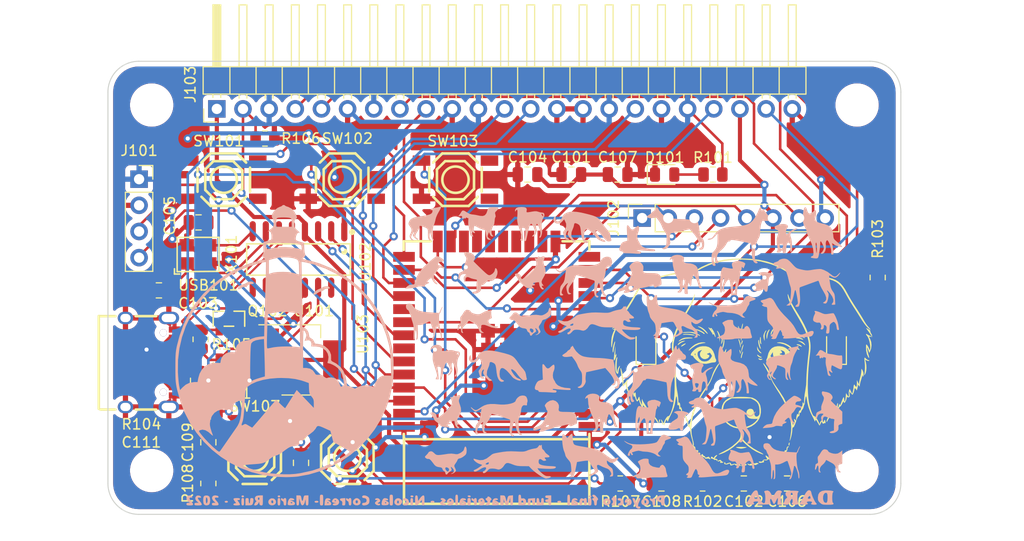
<source format=kicad_pcb>
(kicad_pcb (version 20211014) (generator pcbnew)
  (layers (0 "F.Cu" signal) (31 "B.Cu" signal) (34 "B.Paste" user) (35 "F.Paste" user) (36 "B.SilkS" user "B.Silkscreen") (37 "F.SilkS" user "F.Silkscreen") (38 "B.Mask" user) (39 "F.Mask" user) (44 "Edge.Cuts" user))
  (net 0 "")
  (net 1 "Earth")
  (net 2 "+3V3")
  (net 3 "+5V")
  (net 4 "Net-(C103-Pad1)")
  (net 5 "Net-(C105-Pad1)")
  (net 6 "Net-(C108-Pad2)")
  (net 7 "Net-(C109-Pad2)")
  (net 8 "Net-(C110-Pad1)")
  (net 9 "EN")
  (net 10 "Net-(C111-Pad1)")
  (net 11 "BOOT")
  (net 12 "Net-(D101-Pad2)")
  (net 13 "RX")
  (net 14 "Net-(D102-Pad2)")
  (net 15 "TX")
  (net 16 "Net-(D103-Pad2)")
  (net 17 "D2")
  (net 18 "D15")
  (net 19 "D4")
  (net 20 "IO23")
  (net 21 "IO18")
  (net 22 "D13")
  (net 23 "IO22")
  (net 24 "D14")
  (net 25 "D27")
  (net 26 "D26")
  (net 27 "D25")
  (net 28 "IO21")
  (net 29 "IO19")
  (net 30 "IO17")
  (net 31 "IO16")
  (net 32 "IO5")
  (net 33 "Net-(Q101-Pad1)")
  (net 34 "RTS")
  (net 35 "Net-(Q102-Pad1)")
  (net 36 "DTR")
  (net 37 "/D+")
  (net 38 "/D-")
  (net 44 "IN36")
  (net 45 "IN39")
  (net 46 "IN34")
  (net 47 "IN35")
  (net 48 "IO32")
  (net 49 "IO33")
  (footprint "Resistor_SMD:R_0805_2012Metric" (layer "F.Cu") (at 178 125 90)
    (fp_text reference "R108")
    (fp_text value "10k")
  )
  (footprint "easyeda2kicad:SW-SMD_4P-L5.1-W5.1-P3.70-LS6.5-TL-2" (layer "F.Cu") (at 191.5 122.5 90)
    (fp_text reference "SW106")
    (fp_text value "TS-1187A-B-A-B")
  )
  (footprint "easyeda2kicad:SOIC-16_L9.9-W3.9-P1.27-LS6.0-BL" (layer "F.Cu") (at 186.75 103.25 180)
    (fp_text reference "U102")
    (fp_text value "CH340G")
  )
  (footprint "Connector_PinSocket_2.54mm:PinSocket_1x08_P2.54mm_Vertical" (layer "F.Cu") (at 220.125 99.225 90)
    (fp_text reference "J102")
    (fp_text value "Pantalla")
  )
  (footprint "MountingHole:MountingHole_3.2mm_M3" (layer "F.Cu") (at 172.5 88.25)
    (fp_text reference "REF**" hide)
    (fp_text value "MountingHole_3.2mm_M3")
  )
  (footprint "easyeda2kicad:SOT-23-3_L2.9-W1.3-P1.90-LS2.4-BR" (layer "F.Cu") (at 180 109 -90)
    (fp_text reference "Q102")
    (fp_text value "SS8050_C2150")
  )
  (footprint "Darma:Darma" (layer "F.Cu") (at 229.75 113.25)
    (fp_text reference "G***" hide)
    (fp_text value "LOGO" hide)
  )
  (footprint "LED_SMD:LED_0805_2012Metric" (layer "F.Cu") (at 239 111.75 90)
    (fp_text reference "D103" hide)
    (fp_text value "LED")
  )
  (footprint "Capacitor_SMD:C_0805_2012Metric" (layer "F.Cu") (at 234.2 125)
    (fp_text reference "C106")
    (fp_text value "100n")
  )
  (footprint "Capacitor_SMD:C_0805_2012Metric" (layer "F.Cu") (at 178 121 -90)
    (fp_text reference "C109")
    (fp_text value "1u")
  )
  (footprint "easyeda2kicad:SW-SMD_4P-L5.1-W5.1-P3.70-LS6.5-TL-2" (layer "F.Cu") (at 191 95.5)
    (fp_text reference "SW102")
    (fp_text value "TS-1187A-B-A-B")
  )
  (footprint "Capacitor_SMD:C_0805_2012Metric" (layer "F.Cu") (at 187 123 90)
    (fp_text reference "C110")
    (fp_text value "100n")
  )
  (footprint "Resistor_SMD:R_0805_2012Metric" (layer "F.Cu") (at 177 115 90)
    (fp_text reference "R104")
    (fp_text value "10k")
  )
  (footprint "Capacitor_SMD:C_0805_2012Metric" (layer "F.Cu") (at 173.2 106.25 180)
    (fp_text reference "C103")
    (fp_text value "22p")
  )
  (footprint "Resistor_SMD:R_0805_2012Metric" (layer "F.Cu") (at 227 95)
    (fp_text reference "R101")
    (fp_text value "2k")
  )
  (footprint "MountingHole:MountingHole_3.2mm_M3" (layer "F.Cu") (at 172.5 123.75)
    (fp_text reference "REF**" hide)
    (fp_text value "MountingHole_3.2mm_M3")
  )
  (footprint "easyeda2kicad:SW-SMD_4P-L5.1-W5.1-P3.70-LS6.5-TL-2" (layer "F.Cu") (at 182.5 122.5 90)
    (fp_text reference "SW107")
    (fp_text value "TS-1187A-B-A-B")
  )
  (footprint "easyeda2kicad:WIFI-SMD_ESP32-WROOM-32E" (layer "F.Cu") (at 206 110.5 90)
    (fp_text reference "U103")
    (fp_text value "ESP32-WROOM-32E(4MB)")
  )
  (footprint "Capacitor_SMD:C_0805_2012Metric" (layer "F.Cu") (at 230 125)
    (fp_text reference "C102")
    (fp_text value "22u")
  )
  (footprint "easyeda2kicad:SW-SMD_4P-L5.1-W5.1-P3.70-LS6.5-TL-2" (layer "F.Cu") (at 202 95.5)
    (fp_text reference "SW103")
    (fp_text value "TS-1187A-B-A-B")
  )
  (footprint "Resistor_SMD:R_0805_2012Metric" (layer "F.Cu") (at 218 125)
    (fp_text reference "R107")
    (fp_text value "10k")
  )
  (footprint "LED_SMD:LED_0805_2012Metric" (layer "F.Cu") (at 222.3125 95)
    (fp_text reference "D101")
    (fp_text value "LED")
  )
  (footprint "Capacitor_SMD:C_0805_2012Metric" (layer "F.Cu") (at 222 125)
    (fp_text reference "C108")
    (fp_text value "100n")
  )
  (footprint "LED_SMD:LED_0805_2012Metric" (layer "F.Cu") (at 220.5 111.75 90)
    (fp_text reference "D102" hide)
    (fp_text value "LED")
  )
  (footprint "Capacitor_SMD:C_0805_2012Metric" (layer "F.Cu") (at 177.05 99.65 180)
    (fp_text reference "C105")
    (fp_text value "22p")
  )
  (footprint "Capacitor_SMD:C_0805_2012Metric" (layer "F.Cu") (at 177.95 118)
    (fp_text reference "C111")
    (fp_text value "100n")
  )
  (footprint "easyeda2kicad:SW-SMD_4P-L5.1-W5.1-P3.70-LS6.5-TL-2" (layer "F.Cu") (at 179.5 95.5)
    (fp_text reference "SW101")
    (fp_text value "TS-1187A-B-A-B")
  )
  (footprint "easyeda2kicad:OSC-SMD_4P-L3.2-W2.5-BL" (layer "F.Cu") (at 177 102.75)
    (fp_text reference "X101")
    (fp_text value "X322512MSB4SI")
  )
  (footprint "Capacitor_SMD:C_0805_2012Metric" (layer "F.Cu") (at 209 95)
    (fp_text reference "C104")
    (fp_text value "22u")
  )
  (footprint "Capacitor_SMD:C_0805_2012Metric" (layer "F.Cu") (at 213.25 95)
    (fp_text reference "C101")
    (fp_text value "100n")
  )
  (footprint "easyeda2kicad:USB-C-SMD_TYPE-C-6PIN-2MD-073" (layer "F.Cu") (at 172.3325 113.25 -90)
    (fp_text reference "USB101")
    (fp_text value "TYPE-C16PIN2MD(073)")
  )
  (footprint "Connector_PinHeader_2.54mm:PinHeader_1x23_P2.54mm_Horizontal" (layer "F.Cu") (at 178.825 88.625 90)
    (fp_text reference "J103")
    (fp_text value "Sensores")
  )
  (footprint "MountingHole:MountingHole_3.2mm_M3" (layer "F.Cu") (at 241 88.25)
    (fp_text reference "REF**" hide)
    (fp_text value "MountingHole_3.2mm_M3")
  )
  (footprint "Resistor_SMD:R_0805_2012Metric" (layer "F.Cu") (at 177.25 111 90)
    (fp_text reference "R105")
    (fp_text value "10k")
  )
  (footprint "Connector_PinSocket_2.54mm:PinSocket_1x04_P2.54mm_Vertical" (layer "F.Cu") (at 171.275 95.45)
    (fp_text reference "J101")
    (fp_text value "Program")
  )
  (footprint "Resistor_SMD:R_0805_2012Metric" (layer "F.Cu") (at 226 125)
    (fp_text reference "R102")
    (fp_text value "470")
  )
  (footprint "Capacitor_SMD:C_0805_2012Metric" (layer "F.Cu") (at 217.75 95)
    (fp_text reference "C107")
    (fp_text value "22u")
  )
  (footprint "Package_TO_SOT_SMD:SOT-223-3_TabPin2" (layer "F.Cu") (at 187 113)
    (fp_text reference "U101")
    (fp_text value "AMS1117-3.3")
  )
  (footprint "easyeda2kicad:SOT-23-3_L2.9-W1.3-P1.90-LS2.4-BR" (layer "F.Cu") (at 180 114 90)
    (fp_text reference "Q101")
    (fp_text value "SS8050_C2150")
  )
  (footprint "MountingHole:MountingHole_3.2mm_M3" (layer "F.Cu") (at 241 123.75)
    (fp_text reference "REF**" hide)
    (fp_text value "MountingHole_3.2mm_M3")
  )
  (footprint "Resistor_SMD:R_0805_2012Metric" (layer "F.Cu") (at 243 105 -90)
    (fp_text reference "R103")
    (fp_text value "470")
  )
  (footprint "Resistor_SMD:R_0805_2012Metric" (layer "F.Cu") (at 183.5 91.5)
    (fp_text reference "R106")
    (fp_text value "10k")
  )
  (footprint "Darma:Back" (layer "B.Cu") (at 207 113 180)
    (fp_text reference "G***" hide)
    (fp_text value "LOGO" hide)
  )
  (gr_arc (start 171.249999 128.000001) (mid 169.128679 127.121321) (end 168.249999 125.000001) (layer "Edge.Cuts") (width 0.1))
  (gr_line (start 245.249999 125.000001) (end 245.249999 87.000001) (layer "Edge.Cuts") (width 0.1))
  (gr_arc (start 242.249999 84.000001) (mid 244.371319 84.878681) (end 245.249999 87.000001) (layer "Edge.Cuts") (width 0.1))
  (gr_line (start 171.249999 84.000001) (end 242.249999 84.000001) (layer "Edge.Cuts") (width 0.1))
  (gr_line (start 242.249999 128.000001) (end 171.249999 128.000001) (layer "Edge.Cuts") (width 0.1))
  (gr_arc (start 168.249999 87.000001) (mid 169.128679 84.878681) (end 171.249999 84.000001) (layer "Edge.Cuts") (width 0.1))
  (gr_arc (start 245.249999 125.000001) (mid 244.371319 127.121321) (end 242.249999 128.000001) (layer "Edge.Cuts") (width 0.1))
  (gr_line (start 168.249999 125.000001) (end 168.249999 87.000001) (layer "Edge.Cuts") (width 0.1))
  (segment (start 177.760978 103.63) (end 178.1 103.63) (width 0.4) (layer "F.Cu") (net 1))
  (segment (start 211.71 103.21) (end 211.737701 103.237701) (width 0.4) (layer "F.Cu") (net 1))
  (segment (start 215 120.5) (end 215.737701 121.237701) (width 0.4) (layer "F.Cu") (net 1))
  (segment (start 177 102.869022) (end 177.760978 103.63) (width 0.4) (layer "F.Cu") (net 1))
  (segment (start 176.239022 101.87) (end 177 102.630978) (width 0.4) (layer "F.Cu") (net 1))
  (segment (start 205.16 115.09) (end 204.75 115.5) (width 0.4) (layer "F.Cu") (net 1))
  (segment (start 174.7125 109.48) (end 174.1625 108.93) (width 0.4) (layer "F.Cu") (net 1))
  (segment (start 174.7125 116.45) (end 174.7125 117.02) (width 0.4) (layer "F.Cu") (net 1))
  (segment (start 205.16 113.84) (end 205.16 115.09) (width 0.4) (layer "F.Cu") (net 1))
  (segment (start 178.1 103.63) (end 179.62 103.63) (width 0.4) (layer "F.Cu") (net 1))
  (segment (start 220.25 125) (end 221.05 125) (width 0.4) (layer "F.Cu") (net 1))
  (segment (start 193.35 125.8) (end 193.35 125.1) (width 0.4) (layer "F.Cu") (net 1))
  (segment (start 177 102.630978) (end 177 102.869022) (width 0.4) (layer "F.Cu") (net 1))
  (segment (start 185.05 110.7) (end 183.85 110.7) (width 0.4) (layer "F.Cu") (net 1))
  (segment (start 184.4125 91.5) (end 187.25 91.5) (width 0.4) (layer "F.Cu") (net 1))
  (segment (start 209.25 106.25) (end 211 106.25) (width 0.4) (layer "F.Cu") (net 1))
  (segment (start 200.125 119.375) (end 199 120.5) (width 0.4) (layer "F.Cu") (net 1))
  (segment (start 193.35 125.1) (end 192 123.75) (width 0.4) (layer "F.Cu") (net 1))
  (segment (start 187.25 91.5) (end 187.75 91) (width 0.4) (layer "F.Cu") (net 1))
  (segment (start 179.62 103.63) (end 180 103.25) (width 0.4) (layer "F.Cu") (net 1))
  (segment (start 211.5 109.75) (end 209.26 109.75) (width 0.4) (layer "F.Cu") (net 1))
  (segment (start 175.65 97.35) (end 174.5 98.5) (width 0.4) (layer "F.Cu") (net 1))
  (segment (start 186.25 109.5) (end 185.05 110.7) (width 0.4) (layer "F.Cu") (net 1))
  (segment (start 174.7125 117.02) (end 174.1625 117.57) (width 0.4) (layer "F.Cu") (net 1))
  (segment (start 209.26 109.75) (end 208.84 110.17) (width 0.4) (layer "F.Cu") (net 1))
  (segment (start 211.71 101.5) (end 211.71 103.21) (width 0.4) (layer "F.Cu") (net 1))
  (segment (start 175.9 101.87) (end 176.239022 101.87) (width 0.4) (layer "F.Cu") (net 1))
  (segment (start 234.705 88.625) (end 237.512299 91.432299) (width 0.4) (layer "F.Cu") (net 1))
  (segment (start 174.5 101.25) (end 176.1 99.65) (width 0.4) (layer "F.Cu") (net 1))
  (segment (start 176.2 97.35) (end 175.65 97.35) (width 0.4) (layer "F.Cu") (net 1))
  (segment (start 200.125 117.899598) (end 200.125 119.375) (width 0.4) (layer "F.Cu") (net 1))
  (segment (start 211 106.25) (end 212 107.25) (width 0.4) (layer "F.Cu") (net 1))
  (segment (start 174.7125 110.05) (end 174.7125 109.48) (width 0.4) (layer "F.Cu") (net 1))
  (segment (start 237.512299 91.432299) (end 237.512299 95.487701) (width 0.4) (layer "F.Cu") (net 1))
  (segment (start 215 119.5) (end 215 120.5) (width 0.4) (layer "F.Cu") (net 1))
  (via (at 237.512299 95.487701) (size 0.8) (drill 0.4) (layers "F.Cu" "B.Cu") (net 1))
  (via (at 187.75 91) (size 0.8) (drill 0.4) (layers "F.Cu" "B.Cu") (net 1))
  (via (at 192 123.75) (size 0.8) (drill 0.4) (layers "F.Cu" "B.Cu") (net 1))
  (via (at 209.25 106.25) (size 0.8) (drill 0.4) (layers "F.Cu" "B.Cu") (net 1))
  (via (at 194.25 121.5) (size 0.8) (drill 0.4) (layers "F.Cu" "B.Cu") (net 1))
  (via (at 174.5 98.5) (size 0.8) (drill 0.4) (layers "F.Cu" "B.Cu") (net 1))
  (via (at 174.5 101.25) (size 0.8) (drill 0.4) (layers "F.Cu" "B.Cu") (net 1))
  (via (at 186.25 109.5) (size 0.8) (drill 0.4) (layers "F.Cu" "B.Cu") (net 1))
  (via (at 190.25 95.25) (size 0.8) (drill 0.4) (layers "F.Cu" "B.Cu") (net 1))
  (via (at 211.5 109.75) (size 0.8) (drill 0.4) (layers "F.Cu" "B.Cu") (net 1))
  (via (at 212 107.25) (size 0.8) (drill 0.4) (layers "F.Cu" "B.Cu") (net 1))
  (via (at 200.125 117.899598) (size 0.8) (drill 0.4) (layers "F.Cu" "B.Cu") (net 1))
  (via (at 220.25 125) (size 0.8) (drill 0.4) (layers "F.Cu" "B.Cu") (net 1))
  (via (at 211.737701 103.237701) (size 0.8) (drill 0.4) (layers "F.Cu" "B.Cu") (net 1))
  (via (at 199 120.5) (size 0.8) (drill 0.4) (layers "F.Cu" "B.Cu") (net 1))
  (via (at 204.75 115.5) (size 0.8) (drill 0.4) (layers "F.Cu" "B.Cu") (net 1))
  (via (at 215.737701 121.237701) (size 0.8) (drill 0.4) (layers "F.Cu" "B.Cu") (net 1))
  (via (at 180 103.25) (size 0.8) (drill 0.4) (layers "F.Cu" "B.Cu") (net 1))
  (via (at 176 91.5) (size 0.8) (drill 0.4) (layers "F.Cu" "B.Cu") (net 1))
  (segment (start 192 123.75) (end 195.25 120.5) (width 0.4) (layer "B.Cu") (net 1))
  (segment (start 237.512299 98.832299) (end 237.905 99.225) (width 0.4) (layer "B.Cu") (net 1))
  (segment (start 176.5 91) (end 176 91.5) (width 0.4) (layer "B.Cu") (net 1))
  (segment (start 215.737701 121.237701) (end 216.487701 121.237701) (width 0.4) (layer "B.Cu") (net 1))
  (segment (start 187.75 91) (end 176.5 91) (width 0.4) (layer "B.Cu") (net 1))
  (segment (start 236.63 100.5) (end 237.905 99.225) (width 0.4) (layer "B.Cu") (net 1))
  (segment (start 229.069809 102.799511) (end 231.36932 100.5) (width 0.4) (layer "B.Cu") (net 1))
  (segment (start 200.435489 89.874511) (end 192.774511 89.874511) (width 0.4) (layer "B.Cu") (net 1))
  (segment (start 231.36932 100.5) (end 236.63 100.5) (width 0.4) (layer "B.Cu") (net 1))
  (segment (start 216.487701 121.237701) (end 220.25 125) (width 0.4) (layer "B.Cu") (net 1))
  (segment (start 192.774511 89.874511) (end 191.525 88.625) (width 0.4) (layer "B.Cu") (net 1))
  (segment (start 237.512299 95.487701) (end 237.512299 98.832299) (width 0.4) (layer "B.Cu") (net 1))
  (segment (start 212 107.25) (end 212 109.25) (width 0.4) (layer "B.Cu") (net 1))
  (segment (start 201.685 88.625) (end 200.435489 89.874511) (width 0.4) (layer "B.Cu") (net 1))
  (segment (start 202.524598 115.5) (end 200.125 117.899598) (width 0.4) (layer "B.Cu") (net 1))
  (segment (start 218.450489 102.799511) (end 229.069809 102.799511) (width 0.4) (layer "B.Cu") (net 1))
  (segment (start 190.25 93.5) (end 190.25 95.25) (width 0.4) (layer "B.Cu") (net 1))
  (segment (start 211.5 109.75) (end 218.450489 102.799511) (width 0.4) (layer "B.Cu") (net 1))
  (segment (start 211.737701 103.237701) (end 209.25 105.725402) (width 0.4) (layer "B.Cu") (net 1))
  (segment (start 180 103.25) (end 186.25 109.5) (width 0.4) (layer "B.Cu") (net 1))
  (segment (start 212 109.25) (end 211.5 109.75) (width 0.4) (layer "B.Cu") (net 1))
  (segment (start 195.25 120.5) (end 199 120.5) (width 0.4) (layer "B.Cu") (net 1))
  (segment (start 187.75 91) (end 190.25 93.5) (width 0.4) (layer "B.Cu") (net 1))
  (segment (start 209.25 105.725402) (end 209.25 106.25) (width 0.4) (layer "B.Cu") (net 1))
  (segment (start 204.75 115.5) (end 202.524598 115.5) (width 0.4) (layer "B.Cu") (net 1))
  (segment (start 174.5 98.5) (end 174.5 101.25) (width 0.4) (layer "B.Cu") (net 1))
  (segment (start 213.09548 96.10452) (end 214.2 95) (width 0.4) (layer "F.Cu") (net 2))
  (segment (start 190.15 113) (end 195.550489 118.400489) (width 0.4) (layer "F.Cu") (net 2))
  (segment (start 214.2 95) (end 216.8 95) (width 0.4) (layer "F.Cu") (net 2))
  (segment (start 220.03702 119.03702) (end 220.03702 123.87548) (width 0.4) (layer "F.Cu") (net 2))
  (segment (start 195.550489 118.400489) (end 195.550489 120.334511) (width 0.4) (layer "F.Cu") (net 2))
  (segment (start 232 96) (end 229.625 93.625) (width 0.4) (layer "F.Cu") (net 2))
  (segment (start 241.81298 105.18702) (end 238 109) (width 0.4) (layer "F.Cu") (net 2))
  (segment (start 191.2 111.95) (end 190.15 113) (width 0.4) (layer "F.Cu") (net 2))
  (segment (start 210 122) (end 213.77 118.23) (width 0.4) (layer "F.Cu") (net 2))
  (segment (start 243 104.0875) (end 241.90048 105.18702) (width 0.4) (layer "F.Cu") (net 2))
  (segment (start 197.215978 122) (end 210 122) (width 0.4) (layer "F.Cu") (net 2))
  (segment (start 226 109) (end 232.825 102.175) (width 0.4) (layer "F.Cu") (net 2))
  (segment (start 213.77 118.23) (end 215 118.23) (width 0.4) (layer "F.Cu") (net 2))
  (segment (start 187.38 100.90427) (end 187.38 100.51) (width 0.4) (layer "F.Cu") (net 2))
  (segment (start 187.38 99.725) (end 187.38 100.51) (width 0.4) (layer "F.Cu") (net 2))
  (segment (start 190.15 113) (end 183.85 113) (width 0.4) (layer "F.Cu") (net 2))
  (segment (start 231.89548 96.10452) (end 232 96) (width 0.4) (layer "F.Cu") (net 2))
  (segment (start 226.21202 126.12452) (end 225.0875 125) (width 0.4) (layer "F.Cu") (net 2))
  (segment (start 225.0875 125) (end 223.96298 123.87548) (width 0.4) (layer "F.Cu") (net 2))
  (segment (start 178 124.0875) (end 181.9125 124.0875) (width 0.4) (layer "F.Cu") (net 2))
  (segment (start 217.90452 96.10452) (end 231.89548 96.10452) (width 0.4) (layer "F.Cu") (net 2))
  (segment (start 241.90048 105.18702) (end 241.81298 105.18702) (width 0.4) (layer "F.Cu") (net 2))
  (segment (start 195.550489 120.334511) (end 197.215978 122) (width 0.4) (layer "F.Cu") (net 2))
  (segment (start 238 109) (end 226 109) (width 0.4) (layer "F.Cu") (net 2))
  (segment (start 190.15 115.85) (end 190.15 113) (width 0.4) (layer "F.Cu") (net 2))
  (segment (start 232.825 98.825) (end 232 98) (width 0.4) (layer "F.Cu") (net 2))
  (segment (start 191.2 105.99) (end 191.2 111.95) (width 0.4) (layer "F.Cu") (net 2))
  (segment (start 218 117) (end 220.03702 119.03702) (width 0.4) (layer "F.Cu") (net 2))
  (segment (start 178.825 95.524022) (end 182.426458 99.12548) (width 0.4) (layer "F.Cu") (net 2))
  (segment (start 186.78048 99.12548) (end 187.38 99.725) (width 0.4) (layer "F.Cu") (net 2))
  (segment (start 232.825 102.175) (end 232.825 99.225) (width 0.4) (layer "F.Cu") (net 2))
  (segment (start 218 117) (end 226 109) (width 0.4) (layer "F.Cu") (net 2))
  (segment (start 233.25 125) (end 232.12548 126.12452) (width 0.4) (layer "F.Cu") (net 2))
  (segment (start 191.2 105.99) (end 191.2 104.72427) (width 0.4) (layer "F.Cu") (net 2))
  (segment (start 178.825 88.625) (end 178.825 95.524022) (width 0.4) (layer "F.Cu") (net 2))
  (segment (start 216.23 118.23) (end 217 119) (width 0.4) (layer "F.Cu") (net 2))
  (segment (start 229.625 93.625) (end 229.625 88.625) (width 0.4) (layer "F.Cu") (net 2))
  (segment (start 181.9125 124.0875) (end 190.15 115.85) (width 0.4) (layer "F.Cu") (net 2))
  (segment (start 182.426458 99.12548) (end 186.78048 99.12548) (width 0.4) (layer "F.Cu") (net 2))
  (segment (start 191.2 104.72427) (end 187.38 100.90427) (width 0.4) (layer "F.Cu") (net 2))
  (segment (start 223.96298 123.87548) (end 220.03702 123.87548) (width 0.4) (layer "F.Cu") (net 2))
  (segment (start 211.05452 96.10452) (end 213.09548 96.10452) (width 0.4) (layer "F.Cu") (net 2))
  (segment (start 220.03702 123.87548) (end 218.9125 125) (width 0.4) (layer "F.Cu") (net 2))
  (segment (start 232.12548 126.12452) (end 226.21202 126.12452) (width 0.4) (layer "F.Cu") (net 2))
  (segment (start 216.8 95) (end 217.90452 96.10452) (width 0.4) (layer "F.Cu") (net 2))
  (segment (start 232.825 99.225) (end 232.825 98.825) (width 0.4) (layer "F.Cu") (net 2))
  (segment (start 209.95 95) (end 211.05452 96.10452) (width 0.4) (layer "F.Cu") (net 2))
  (segment (start 215 118.23) (end 216.23 118.23) (width 0.4) (layer "F.Cu") (net 2))
  (via (at 232 98) (size 0.8) (drill 0.4) (layers "F.Cu" "B.Cu") (net 2))
  (via (at 218 117) (size 0.8) (drill 0.4) (layers "F.Cu" "B.Cu") (net 2))
  (via (at 217 119) (size 0.8) (drill 0.4) (layers "F.Cu" "B.Cu") (net 2))
  (via (at 232 96) (size 0.8) (drill 0.4) (layers "F.Cu" "B.Cu") (net 2))
  (segment (start 217 119) (end 217 118) (width 0.4) (layer "B.Cu") (net 2))
  (segment (start 232 98) (end 232 96) (width 0.4) (layer "B.Cu") (net 2))
  (segment (start 217 118) (end 218 117) (width 0.4) (layer "B.Cu") (net 2))
  (segment (start 230.95 122.05) (end 232.5 120.5) (width 0.25) (layer "F.Cu") (net 3))
  (segment (start 173 114.454587) (end 173 112.045413) (width 0.25) (layer "F.Cu") (net 3))
  (segment (start 172.045413 112.045413) (end 172 112) (width 0.25) (layer "F.Cu") (net 3))
  (segment (start 174.7125 115.65) (end 174.195413 115.65) (width 0.25) (layer "F.Cu") (net 3))
  (segment (start 227.9125 95) (end 227.9125 91.9925) (width 0.25) (layer "F.Cu") (net 3))
  (segment (start 174.195413 115.65) (end 173 114.454587) (width 0.25) (layer "F.Cu") (net 3))
  (segment (start 173 112.045413) (end 174.195413 110.85) (width 0.25) (layer "F.Cu") (net 3))
  (segment (start 183.85 115.3) (end 182.3 115.3) (width 0.25) (layer "F.Cu") (net 3))
  (segment (start 182.3 115.3) (end 182 115) (width 0.25) (layer "F.Cu") (net 3))
  (segment (start 173 112.045413) (end 172.045413 112.045413) (width 0.25) (layer "F.Cu") (net 3))
  (segment (start 227.9125 91.9925) (end 224.545 88.625) (width 0.25) (layer "F.Cu") (net 3))
  (segment (start 174.195413 110.85) (end 174.7125 110.85) (width 0.25) (layer "F.Cu") (net 3))
  (segment (start 230.95 125) (end 230.95 122.05) (width 0.25) (layer "F.Cu") (net 3))
  (via (at 172 112) (size 0.8) (drill 0.4) (layers "F.Cu" "B.Cu") (net 3))
  (via (at 232.5 120.5) (size 0.8) (drill 0.4) (layers "F.Cu" "B.Cu") (net 3))
  (via (at 182 115) (size 0.8) (drill 0.4) (layers "F.Cu" "B.Cu") (net 3))
  (segment (start 183.58 101.42) (end 183.58 100.51) (width 0.25) (layer "F.Cu") (net 4))
  (segment (start 180.445489 104.554511) (end 183.58 101.42) (width 0.25) (layer "F.Cu") (net 4))
  (segment (start 175.9 104.5) (end 175.9 103.63) (width 0.25) (layer "F.Cu") (net 4))
  (segment (start 175.9 103.63) (end 176.824511 104.554511) (width 0.25) (layer "F.Cu") (net 4))
  (segment (start 176.824511 104.554511) (end 180.445489 104.554511) (width 0.25) (layer "F.Cu") (net 4))
  (segment (start 174.15 106.25) (end 175.9 104.5) (width 0.25) (layer "F.Cu") (net 4))
  (segment (start 178 101.77) (end 178.1 101.87) (width 0.25) (layer "F.Cu") (net 5))
  (segment (start 178 99.65) (end 178 101.77) (width 0.25) (layer "F.Cu") (net 5))
  (segment (start 180.95 101.87) (end 182.31 100.51) (width 0.25) (layer "F.Cu") (net 5))
  (segment (start 178.1 101.87) (end 180.95 101.87) (width 0.25) (layer "F.Cu") (net 5))
  (segment (start 218.13702 126.04952) (end 221.90048 126.04952) (width 0.25) (layer "F.Cu") (net 6))
  (segment (start 217.0875 125) (end 218.13702 126.04952) (width 0.25) (layer "F.Cu") (net 6))
  (segment (start 221.90048 126.04952) (end 222.95 125) (width 0.25) (layer "F.Cu") (net 6))
  (segment (start 217.0875 125) (end 216 125) (width 0.25) (layer "F.Cu") (net 6))
  (segment (start 190.75 124.5) (end 190.75 124.7) (width 0.25) (layer "F.Cu") (net 6))
  (segment (start 216 125) (end 215.5 124.5) (width 0.25) (layer "F.Cu") (net 6))
  (segment (start 190.75 124.7) (end 189.65 125.8) (width 0.25) (layer "F.Cu") (net 6))
  (via (at 215.5 124.5) (size 0.8) (drill 0.4) (layers "F.Cu" "B.Cu") (net 6))
  (via (at 190.75 124.5) (size 0.8) (drill 0.4) (layers "F.Cu" "B.Cu") (net 6))
  (segment (start 215.5 124.5) (end 190.75 124.5) (width 0.25) (layer "B.Cu") (net 6))
  (segment (start 178 125.9125) (end 176.97548 124.88798) (width 0.25) (layer "F.Cu") (net 7))
  (segment (start 178.1125 125.8) (end 178 125.9125) (width 0.25) (layer "F.Cu") (net 7))
  (segment (start 176.97548 122.97452) (end 178 121.95) (width 0.25) (layer "F.Cu") (net 7))
  (segment (start 176.97548 124.88798) (end 176.97548 122.97452) (width 0.25) (layer "F.Cu") (net 7))
  (segment (start 180.65 125.8) (end 178.1125 125.8) (width 0.25) (layer "F.Cu") (net 7))
  (segment (start 187 123.95) (end 189.05 123.95) (width 0.25) (layer "F.Cu") (net 8))
  (segment (start 193.35 119.65) (end 192.012299 120.987701) (width 0.25) (layer "F.Cu") (net 8))
  (segment (start 189.05 123.95) (end 190 123) (width 0.25) (layer "F.Cu") (net 8))
  (segment (start 193.35 119.2) (end 193.35 119.65) (width 0.25) (layer "F.Cu") (net 8))
  (via (at 190 123) (size 0.8) (drill 0.4) (layers "F.Cu" "B.Cu") (net 8))
  (via (at 192.012299 120.987701) (size 0.8) (drill 0.4) (layers "F.Cu" "B.Cu") (net 8))
  (segment (start 192.012299 120.987701) (end 190 123) (width 0.25) (layer "B.Cu") (net 8))
  (segment (start 183.811207 118.025489) (end 185.025489 118.025489) (width 0.25) (layer "F.Cu") (net 9))
  (segment (start 215 116.96) (end 216.3 116.96) (width 0.25) (layer "F.Cu") (net 9))
  (segment (start 185.025489 118.025489) (end 185.934668 118.934668) (width 0.25) (layer "F.Cu") (net 9))
  (segment (start 195 125) (end 189.65 119.65) (width 0.25) (layer "F.Cu") (net 9))
  (segment (start 189.65 119.4) (end 187 122.05) (width 0.25) (layer "F.Cu") (net 9))
  (segment (start 189.65 119.2) (end 189.65 119.4) (width 0.25) (layer "F.Cu") (net 9))
  (segment (start 180.785718 115) (end 183.811207 118.025489) (width 0.25) (layer "F.Cu") (net 9))
  (segment (start 187 121) (end 187 122.05) (width 0.25) (layer "F.Cu") (net 9))
  (segment (start 180 115) (end 180.785718 115) (width 0.25) (layer "F.Cu") (net 9))
  (segment (start 189.65 119.65) (end 189.65 119.2) (width 0.25) (layer "F.Cu") (net 9))
  (segment (start 216.3 116.96) (end 218 118.66) (width 0.25) (layer "F.Cu") (net 9))
  (segment (start 213 125) (end 195 125) (width 0.25) (layer "F.Cu") (net 9))
  (segment (start 218 118.66) (end 218 120) (width 0.25) (layer "F.Cu") (net 9))
  (segment (start 218 120) (end 213 125) (width 0.25) (layer "F.Cu") (net 9))
  (via (at 185.934668 118.934668) (size 0.8) (drill 0.4) (layers "F.Cu" "B.Cu") (net 9))
  (via (at 187 121) (size 0.8) (drill 0.4) (layers "F.Cu" "B.Cu") (net 9))
  (segment (start 185.934668 118.934668) (end 185.934668 119.934668) (width 0.25) (layer "B.Cu") (net 9))
  (segment (start 185.934668 119.934668) (end 187 121) (width 0.25) (layer "B.Cu") (net 9))
  (segment (start 178.04952 116.95048) (end 182.10048 116.95048) (width 0.25) (layer "F.Cu") (net 10))
  (segment (start 177 118) (end 178.04952 116.95048) (width 0.25) (layer "F.Cu") (net 10))
  (segment (start 182.10048 116.95048) (end 184.35 119.2) (width 0.25) (layer "F.Cu") (net 10))
  (segment (start 197 99) (end 196 98) (width 0.25) (layer "F.Cu") (net 11))
  (segment (start 196 98) (end 196 93.350978) (width 0.25) (layer "F.Cu") (net 11))
  (segment (start 180 118.55) (end 180.65 119.2) (width 0.25) (layer "F.Cu") (net 11))
  (segment (start 194.673542 92.02452) (end 185.97548 92.02452) (width 0.25) (layer "F.Cu") (net 11))
  (segment (start 185.97548 92.02452) (end 185 93) (width 0.25) (layer "F.Cu") (net 11))
  (segment (start 180 108) (end 178.75 108) (width 0.25) (layer "F.Cu") (net 11))
  (segment (start 196 93.350978) (end 194.673542 92.02452) (width 0.25) (layer "F.Cu") (net 11))
  (segment (start 197 102.99) (end 197 99) (width 0.25) (layer "F.Cu") (net 11))
  (segment (start 180 118) (end 180 118.55) (width 0.25) (layer "F.Cu") (net 11))
  (segment (start 180 118) (end 178.9 118) (width 0.25) (layer "F.Cu") (net 11))
  (via (at 180 118) (size 0.8) (drill 0.4) (layers "F.Cu" "B.Cu") (net 11))
  (via (at 185 93) (size 0.8) (drill 0.4) (layers "F.Cu" "B.Cu") (net 11))
  (via (at 178.75 108) (size 0.8) (drill 0.4) (layers "F.Cu" "B.Cu") (net 11))
  (segment (start 185 93) (end 177.975386 93) (width 0.25) (layer "B.Cu") (net 11))
  (segment (start 177.975386 93) (end 176 94.975386) (width 0.25) (layer "B.Cu") (net 11))
  (segment (start 176 94.975386) (end 176 108) (width 0.25) (layer "B.Cu") (net 11))
  (segment (start 180 112) (end 180 118) (width 0.25) (layer "B.Cu") (net 11))
  (segment (start 176 108) (end 180 112) (width 0.25) (layer "B.Cu") (net 11))
  (segment (start 178.75 108) (end 176 108) (width 0.25) (layer "B.Cu") (net 11))
  (segment (start 223.25 95) (end 226.0875 95) (width 0.25) (layer "F.Cu") (net 12))
  (segment (start 171.275 99.975) (end 175.25 96) (width 0.25) (layer "F.Cu") (net 13))
  (segment (start 171.275 100.53) (end 171.275 99.975) (width 0.25) (layer "F.Cu") (net 13))
  (segment (start 195.17 114.42) (end 194.25 113.5) (width 0.25) (layer "F.Cu") (net 13))
  (segment (start 220.5 112.6875) (end 220.5 113) (width 0.25) (layer "F.Cu") (net 13))
  (segment (start 197 114.42) (end 195.17 114.42) (width 0.25) (layer "F.Cu") (net 13))
  (segment (start 220.5 113) (end 219.5 114) (width 0.25) (layer "F.Cu") (net 13))
  (segment (start 175.25 96) (end 177.5 96) (width 0.25) (layer "F.Cu") (net 13))
  (segment (start 177.5 96) (end 179 97.5) (width 0.25) (layer "F.Cu") (net 13))
  (segment (start 191.031783 102.243394) (end 189.93 101.141611) (width 0.25) (layer "F.Cu") (net 13))
  (segment (start 189.93 101.141611) (end 189.93 100.51) (width 0.25) (layer "F.Cu") (net 13))
  (via (at 179 97.5) (size 0.8) (drill 0.4) (layers "F.Cu" "B.Cu") (net 13))
  (via (at 194.25 113.5) (size 0.8) (drill 0.4) (layers "F.Cu" "B.Cu") (net 13))
  (via (at 191.031783 102.243394) (size 0.8) (drill 0.4) (layers "F.Cu" "B.Cu") (net 13))
  (via (at 219.5 114) (size 0.8) (drill 0.4) (layers "F.Cu" "B.Cu") (net 13))
  (segment (start 191.432141 116.067859) (end 191.563803 116.19952) (width 0.25) (layer "B.Cu") (net 13))
  (segment (start 194.25 115) (end 194.25 113.5) (width 0.25) (layer "B.Cu") (net 13))
  (segment (start 179 103.635718) (end 191.432141 116.067859) (width 0.25) (layer "B.Cu") (net 13))
  (segment (start 194.25 113.5) (end 194.25 105.461611) (width 0.25) (layer "B.Cu") (net 13))
  (segment (start 191.563803 116.19952) (end 193.05048 116.19952) (width 0.25) (layer "B.Cu") (net 13))
  (segment (start 194.25 105.461611) (end 191.031783 102.243394) (width 0.25) (layer "B.Cu") (net 13))
  (segment (start 194.088793 118.724511) (end 191.432141 116.067859) (width 0.25) (layer "B.Cu") (net 13))
  (segment (start 219.5 114) (end 214.775489 118.724511) (width 0.25) (layer "B.Cu") (net 13))
  (segment (start 214.775489 118.724511) (end 194.088793 118.724511) (width 0.25) (layer "B.Cu") (net 13))
  (segment (start 193.05048 116.19952) (end 194.25 115) (width 0.25) (layer "B.Cu") (net 13))
  (segment (start 179 97.5) (end 179 103.635718) (width 0.25) (layer "B.Cu") (net 13))
  (segment (start 226.9125 125) (end 226.9125 116.9125) (width 0.25) (layer "F.Cu") (net 14))
  (segment (start 222.25 110.75) (end 220.5625 110.75) (width 0.25) (layer "F.Cu") (net 14))
  (segment (start 220.5625 110.75) (end 220.5 110.8125) (width 0.25) (layer "F.Cu") (net 14))
  (segment (start 226.9125 116.9125) (end 224.25 114.25) (width 0.25) (layer "F.Cu") (net 14))
  (via (at 222.25 110.75) (size 0.8) (drill 0.4) (layers "F.Cu" "B.Cu") (net 14))
  (via (at 224.25 114.25) (size 0.8) (drill 0.4) (layers "F.Cu" "B.Cu") (net 14))
  (segment (start 224.25 114.25) (end 222.25 112.25) (width 0.25) (layer "B.Cu") (net 14))
  (segment (start 222.25 112.25) (end 222.25 110.75) (width 0.25) (layer "B.Cu") (net 14))
  (segment (start 231.0625 112.6875) (end 228 115.75) (width 0.25) (layer "F.Cu") (net 15))
  (segment (start 171.275 103.07) (end 171.275 102.937507) (width 0.25) (layer "F.Cu") (net 15))
  (segment (start 201 119.75) (end 201 117.75) (width 0.25) (layer "F.Cu") (net 15))
  (segment (start 198.94 115.69) (end 197 115.69) (width 0.25) (layer "F.Cu") (net 15))
  (segment (start 194.995262 115.69) (end 197 115.69) (width 0.25) (layer "F.Cu") (net 15))
  (segment (start 175.712507 98.5) (end 180.25 98.5) (width 0.25) (layer "F.Cu") (net 15))
  (segment (start 193.277631 113.972369) (end 194.995262 115.69) (width 0.25) (layer "F.Cu") (net 15))
  (segment (start 188.66 101.053606) (end 190.053197 102.446803) (width 0.25) (layer "F.Cu") (net 15))
  (segment (start 239 112.6875) (end 231.0625 112.6875) (width 0.25) (layer "F.Cu") (net 15))
  (segment (start 201 117.75) (end 198.94 115.69) (width 0.25) (layer "F.Cu") (net 15))
  (segment (start 171.275 102.937507) (end 175.712507 98.5) (width 0.25) (layer "F.Cu") (net 15))
  (segment (start 188.66 100.51) (end 188.66 101.053606) (width 0.25) (layer "F.Cu") (net 15))
  (via (at 180.25 98.5) (size 0.8) (drill 0.4) (layers "F.Cu" "B.Cu") (net 15))
  (via (at 193.277631 113.972369) (size 0.8) (drill 0.4) (layers "F.Cu" "B.Cu") (net 15))
  (via (at 190.053197 102.446803) (size 0.8) (drill 0.4) (layers "F.Cu" "B.Cu") (net 15))
  (via (at 201 119.75) (size 0.8) (drill 0.4) (layers "F.Cu" "B.Cu") (net 15))
  (via (at 228 115.75) (size 0.8) (drill 0.4) (layers "F.Cu" "B.Cu") (net 15))
  (segment (start 190.75 109) (end 190.75 114.75) (width 0.25) (layer "B.Cu") (net 15))
  (segment (start 193.277631 105.671237) (end 193.277631 113.972369) (width 0.25) (layer "B.Cu") (net 15))
  (segment (start 190.75 114.75) (end 191.75 115.75) (width 0.25) (layer "B.Cu") (net 15))
  (segment (start 180.25 98.5) (end 190.75 109) (width 0.25) (layer "B.Cu") (net 15))
  (segment (start 224 119.75) (end 201 119.75) (width 0.25) (layer "B.Cu") (net 15))
  (segment (start 190.053197 102.446803) (end 193.277631 105.671237) (width 0.25) (layer "B.Cu") (net 15))
  (segment (start 228 115.75) (end 224 119.75) (width 0.25) (layer "B.Cu") (net 15))
  (segment (start 192.75 115.75) (end 193.277631 115.222369) (width 0.25) (layer "B.Cu") (net 15))
  (segment (start 193.277631 115.222369) (end 193.277631 113.972369) (width 0.25) (layer "B.Cu") (net 15))
  (segment (start 191.75 115.75) (end 192.75 115.75) (width 0.25) (layer "B.Cu") (net 15))
  (segment (start 243 106.8125) (end 239 110.8125) (width 0.25) (layer "F.Cu") (net 16))
  (segment (start 243 105.9125) (end 243 106.8125) (width 0.25) (layer "F.Cu") (net 16))
  (segment (start 203 104) (end 201 104) (width 0.25) (layer "F.Cu") (net 17))
  (segment (start 201 104) (end 200.28 103.28) (width 0.25) (layer "F.Cu") (net 17))
  (segment (start 200.28 103.28) (end 200.28 101.5) (width 0.25) (layer "F.Cu") (net 17))
  (via (at 203 104) (size 0.8) (drill 0.4) (layers "F.Cu" "B.Cu") (net 17))
  (segment (start 220.125 99.225) (end 207.775 99.225) (width 0.25) (layer "B.Cu") (net 17))
  (segment (start 207.775 99.225) (end 203 104) (width 0.25) (layer "B.Cu") (net 17))
  (segment (start 201.980244 99.974232) (end 201.980244 101.069756) (width 0.25) (layer "F.Cu") (net 18))
  (segment (start 201.980244 101.069756) (end 201.55 101.5) (width 0.25) (layer "F.Cu") (net 18))
  (via (at 201.980244 99.974232) (size 0.8) (drill 0.4) (layers "F.Cu" "B.Cu") (net 18))
  (segment (start 221.490489 98.050489) (end 203.903987 98.050489) (width 0.25) (layer "B.Cu") (net 18))
  (segment (start 203.903987 98.050489) (end 201.980244 99.974232) (width 0.25) (layer "B.Cu") (net 18))
  (segment (start 222.665 99.225) (end 221.490489 98.050489) (width 0.25) (layer "B.Cu") (net 18))
  (segment (start 199.26 104.26) (end 197 104.26) (width 0.25) (layer "F.Cu") (net 19))
  (segment (start 206 106) (end 201 106) (width 0.25) (layer "F.Cu") (net 19))
  (segment (start 223.43 101) (end 223 101) (width 0.25) (layer "F.Cu") (net 19))
  (segment (start 225.205 99.225) (end 223.43 101) (width 0.25) (layer "F.Cu") (net 19))
  (segment (start 201 106) (end 199.26 104.26) (width 0.25) (layer "F.Cu") (net 19))
  (via (at 206 106) (size 0.8) (drill 0.4) (layers "F.Cu" "B.Cu") (net 19))
  (via (at 223 101) (size 0.8) (drill 0.4) (layers "F.Cu" "B.Cu") (net 19))
  (segment (start 223 101) (end 211 101) (width 0.25) (layer "B.Cu") (net 19))
  (segment (start 211 101) (end 206 106) (width 0.25) (layer "B.Cu") (net 19))
  (segment (start 225 101.97) (end 225 102) (width 0.25) (layer "F.Cu") (net 20))
  (segment (start 227.745 99.225) (end 225 101.97) (width 0.25) (layer "F.Cu") (net 20))
  (segment (start 199 118) (end 197.23 118) (width 0.25) (layer "F.Cu") (net 20))
  (segment (start 197.23 118) (end 197 118.23) (width 0.25) (layer "F.Cu") (net 20))
  (via (at 199 118) (size 0.8) (drill 0.4) (layers "F.Cu" "B.Cu") (net 20))
  (via (at 225 102) (size 0.8) (drill 0.4) (layers "F.Cu" "B.Cu") (net 20))
  (segment (start 215 102) (end 199 118) (width 0.25) (layer "B.Cu") (net 20))
  (segment (start 225 102) (end 215 102) (width 0.25) (layer "B.Cu") (net 20))
  (segment (start 229.110489 98.050489) (end 217.949511 98.050489) (width 0.25) (layer "F.Cu") (net 21))
  (segment (start 230.285 99.225) (end 229.110489 98.050489) (width 0.25) (layer "F.Cu") (net 21))
  (segment (start 217.949511 98.050489) (end 212 104) (width 0.25) (layer "F.Cu") (net 21))
  (segment (start 212 104) (end 209.510489 104) (width 0.25) (layer "F.Cu") (net 21))
  (segment (start 209.510489 104) (end 204.170489 109.34) (width 0.25) (layer "F.Cu") (net 21))
  (segment (start 204.170489 109.34) (end 197 109.34) (width 0.25) (layer "F.Cu") (net 21))
  (segment (start 235.365 99.225) (end 233.14 97) (width 0.25) (layer "F.Cu") (net 22))
  (segment (start 210.44 100.56) (end 210.44 101.5) (width 0.25) (layer "F.Cu") (net 22))
  (segment (start 214 97) (end 210.44 100.56) (width 0.25) (layer "F.Cu") (net 22))
  (segment (start 233.14 97) (end 214 97) (width 0.25) (layer "F.Cu") (net 22))
  (segment (start 181.365 96.635) (end 181.215821 96.784179) (width 0.25) (layer "F.Cu") (net 23))
  (segment (start 182.5875 91.5) (end 182.5875 89.8475) (width 0.25) (layer "F.Cu") (net 23))
  (segment (start 197 117) (end 197 116.96) (width 0.25) (layer "F.Cu") (net 23))
  (segment (start 192.140332 113.859668) (end 195.280664 117) (width 0.25) (layer "F.Cu") (net 23))
  (segment (start 182.5875 89.8475) (end 181.365 88.625) (width 0.25) (layer "F.Cu") (net 23))
  (segment (start 181.365 88.625) (end 181.365 96.635) (width 0.25) (layer "F.Cu") (net 23))
  (segment (start 195.280664 117) (end 197 117) (width 0.25) (layer "F.Cu") (net 23))
  (via (at 192.140332 113.859668) (size 0.8) (drill 0.4) (layers "F.Cu" "B.Cu") (net 23))
  (via (at 181.215821 96.784179) (size 0.8) (drill 0.4) (layers "F.Cu" "B.Cu") (net 23))
  (segment (start 181.215821 96.784179) (end 192.140332 107.70869) (width 0.25) (layer "B.Cu") (net 23))
  (segment (start 192.140332 107.70869) (end 192.140332 113.859668) (width 0.25) (layer "B.Cu") (net 23))
  (segment (start 237 89) (end 241 93) (width 0.25) (layer "F.Cu") (net 24))
  (segment (start 221 107) (end 221 106.975386) (width 0.25) (layer "F.Cu") (net 24))
  (segment (start 241 93) (end 241 104) (width 0.25) (layer "F.Cu") (net 24))
  (segment (start 218.284614 104.26) (end 215 104.26) (width 0.25) (layer "F.Cu") (net 24))
  (segment (start 221 106.975386) (end 218.284614 104.26) (width 0.25) (layer "F.Cu") (net 24))
  (segment (start 241 104) (end 237.934668 107.065332) (width 0.25) (layer "F.Cu") (net 24))
  (segment (start 234.551449 86.551449) (end 237 89) (width 0.25) (layer "F.Cu") (net 24))
  (segment (start 186.445 88.625) (end 188.518551 86.551449) (width 0.25) (layer "F.Cu") (net 24))
  (segment (start 188.518551 86.551449) (end 234.551449 86.551449) (width 0.25) (layer "F.Cu") (net 24))
  (segment (start 237.934668 107.065332) (end 229.065332 107.065332) (width 0.25) (layer "F.Cu") (net 24))
  (via (at 221 107) (size 0.8) (drill 0.4) (layers "F.Cu" "B.Cu") (net 24))
  (via (at 229.065332 107.065332) (size 0.8) (drill 0.4) (layers "F.Cu" "B.Cu") (net 24))
  (segment (start 229.065332 107.065332) (end 221.065332 107.065332) (width 0.25) (layer "B.Cu") (net 24))
  (segment (start 221.065332 107.065332) (end 221 107) (width 0.25) (layer "B.Cu") (net 24))
  (segment (start 233.530489 92.530489) (end 240 99) (width 0.25) (layer "F.Cu") (net 25))
  (segment (start 239 103) (end 236 106) (width 0.25) (layer "F.Cu") (net 25))
  (segment (start 233.530489 87.861499) (end 233.530489 92.530489) (width 0.25) (layer "F.Cu") (net 25))
  (segment (start 218.53 105.53) (end 215 105.53) (width 0.25) (layer "F.Cu") (net 25))
  (segment (start 236 106) (end 231 106) (width 0.25) (layer "F.Cu") (net 25))
  (segment (start 219.012299 106.012299) (end 218.53 105.53) (width 0.25) (layer "F.Cu") (net 25))
  (segment (start 190.609031 87.000969) (end 232.669959 87.000969) (width 0.25) (layer "F.Cu") (net 25))
  (segment (start 188.985 88.625) (end 190.609031 87.000969) (width 0.25) (layer "F.Cu") (net 25))
  (segment (start 240 102) (end 239 103) (width 0.25) (layer "F.Cu") (net 25))
  (segment (start 240 99) (end 240 102) (width 0.25) (layer "F.Cu") (net 25))
  (segment (start 232.669959 87.000969) (end 233.530489 87.861499) (width 0.25) (layer "F.Cu") (net 25))
  (via (at 219.012299 106.012299) (size 0.8) (drill 0.4) (layers "F.Cu" "B.Cu") (net 25))
  (via (at 231 106) (size 0.8) (drill 0.4) (layers "F.Cu" "B.Cu") (net 25))
  (segment (start 219.024598 106) (end 219.012299 106.012299) (width 0.25) (layer "B.Cu") (net 25))
  (segment (start 231 106) (end 219.024598 106) (width 0.25) (layer "B.Cu") (net 25))
  (segment (start 230.302477 87.450489) (end 230.990489 88.138501) (width 0.25) (layer "F.Cu") (net 26))
  (segment (start 230.990489 91.990489) (end 236.730489 97.730489) (width 0.25) (layer "F.Cu") (net 26))
  (segment (start 196.605 88.625) (end 197.779511 87.450489) (width 0.25) (layer "F.Cu") (net 26))
  (segment (start 215.2 107) (end 215 106.8) (width 0.25) (layer "F.Cu") (net 26))
  (segment (start 236.730489 97.730489) (end 236.730489 100.269511) (width 0.25) (layer "F.Cu") (net 26))
  (segment (start 197.779511 87.450489) (end 230.302477 87.450489) (width 0.25) (layer "F.Cu") (net 26))
  (segment (start 230.990489 88.138501) (end 230.990489 91.990489) (width 0.25) (layer "F.Cu") (net 26))
  (segment (start 217 107) (end 215.2 107) (width 0.25) (layer "F.Cu") (net 26))
  (segment (start 236.730489 100.269511) (end 232 105) (width 0.25) (layer "F.Cu") (net 26))
  (via (at 232 105) (size 0.8) (drill 0.4) (layers "F.Cu" "B.Cu") (net 26))
  (via (at 217 107) (size 0.8) (drill 0.4) (layers "F.Cu" "B.Cu") (net 26))
  (segment (start 232 105) (end 219 105) (width 0.25) (layer "B.Cu") (net 26))
  (segment (start 219 105) (end 217 107) (width 0.25) (layer "B.Cu") (net 26))
  (segment (start 200.635718 105) (end 198.635718 103) (width 0.25) (layer "F.Cu") (net 27))
  (segment (start 202 105) (end 200.635718 105) (width 0.25) (layer "F.Cu") (net 27))
  (segment (start 197 97.649022) (end 197 90.77) (width 0.25) (layer "F.Cu") (net 27))
  (segment (start 215 108.07) (end 207.07 108.07) (width 0.25) (layer "F.Cu") (net 27))
  (segment (start 207.07 108.07) (end 207 108) (width 0.25) (layer "F.Cu") (net 27))
  (segment (start 198.635718 99.28474) (end 197 97.649022) (width 0.25) (layer "F.Cu") (net 27))
  (segment (start 198.635718 103) (end 198.635718 99.28474) (width 0.25) (layer "F.Cu") (net 27))
  (segment (start 197 90.77) (end 199.145 88.625) (width 0.25) (layer "F.Cu") (net 27))
  (via (at 207 108) (size 0.8) (drill 0.4) (layers "F.Cu" "B.Cu") (net 27))
  (via (at 202 105) (size 0.8) (drill 0.4) (layers "F.Cu" "B.Cu") (net 27))
  (segment (start 205 108) (end 202 105) (width 0.25) (layer "B.Cu") (net 27))
  (segment (start 207 108) (end 205 108) (width 0.25) (layer "B.Cu") (net 27))
  (segment (start 192.012299 109.012299) (end 196 113) (width 0.25) (layer "F.Cu") (net 28))
  (segment (start 192.012299 97.987701) (end 192.012299 109.012299) (width 0.25) (layer "F.Cu") (net 28))
  (via (at 192.012299 97.987701) (size 0.8) (drill 0.4) (layers "F.Cu" "B.Cu") (net 28))
  (segment (start 192.012299 97.351983) (end 192.012299 97.987701) (width 0.25) (layer "B.Cu") (net 28))
  (segment (start 206.765 88.625) (end 203.83952 91.55048) (width 0.25) (layer "B.Cu") (net 28))
  (segment (start 197.813802 91.55048) (end 192.012299 97.351983) (width 0.25) (layer "B.Cu") (net 28))
  (segment (start 203.83952 91.55048) (end 197.813802 91.55048) (width 0.25) (layer "B.Cu") (net 28))
  (segment (start 196.095978 110.61) (end 197 110.61) (width 0.25) (layer "F.Cu") (net 29))
  (segment (start 193.012299 107.526321) (end 196.095978 110.61) (width 0.25) (layer "F.Cu") (net 29))
  (segment (start 193.012299 98.987701) (end 193.012299 107.526321) (width 0.25) (layer "F.Cu") (net 29))
  (via (at 193.012299 98.987701) (size 0.8) (drill 0.4) (layers "F.Cu" "B.Cu") (net 29))
  (segment (start 198 92) (end 205.93 92) (width 0.25) (layer "B.Cu") (net 29))
  (segment (start 193.012299 98.987701) (end 193.012299 96.987701) (width 0.25) (layer "B.Cu") (net 29))
  (segment (start 193.012299 96.987701) (end 198 92) (width 0.25) (layer "B.Cu") (net 29))
  (segment (start 205.93 92) (end 209.305 88.625) (width 0.25) (layer "B.Cu") (net 29))
  (segment (start 194.012299 105.012299) (end 196 107) (width 0.25) (layer "F.Cu") (net 30))
  (segment (start 194.012299 99.987701) (end 194.012299 105.012299) (width 0.25) (layer "F.Cu") (net 30))
  (via (at 194.012299 99.987701) (size 0.8) (drill 0.4) (layers "F.Cu" "B.Cu") (net 30))
  (segment (start 194.012299 97.351984) (end 194.012299 99.987701) (width 0.25) (layer "B.Cu") (net 30))
  (segment (start 219.465 88.625) (end 215.53952 92.55048) (width 0.25) (layer "B.Cu") (net 30))
  (segment (start 198.813803 92.55048) (end 194.012299 97.351984) (width 0.25) (layer "B.Cu") (net 30))
  (segment (start 215.53952 92.55048) (end 198.813803 92.55048) (width 0.25) (layer "B.Cu") (net 30))
  (segment (start 196 101) (end 195 102) (width 0.25) (layer "F.Cu") (net 31))
  (segment (start 195 102) (end 195 105) (width 0.25) (layer "F.Cu") (net 31))
  (segment (start 195.53 105.53) (end 197 105.53) (width 0.25) (layer "F.Cu") (net 31))
  (segment (start 195 105) (end 195.53 105.53) (width 0.25) (layer "F.Cu") (net 31))
  (via (at 196 101) (size 0.8) (drill 0.4) (layers "F.Cu" "B.Cu") (net 31))
  (segment (start 196 96) (end 196 101) (width 0.25) (layer "B.Cu") (net 31))
  (segment (start 222.71 93) (end 199 93) (width 0.25) (layer "B.Cu") (net 31))
  (segment (start 227.085 88.625) (end 222.71 93) (width 0.25) (layer "B.Cu") (net 31))
  (segment (start 199 93) (end 196 96) (width 0.25) (layer "B.Cu") (net 31))
  (segment (start 177 114.0875) (end 177.037011 114.050489) (width 0.25) (layer "F.Cu") (net 33))
  (segment (start 177.037011 114.050489) (end 179.899511 114.050489) (width 0.25) (layer "F.Cu") (net 33))
  (segment (start 179.899511 114.050489) (end 180.95 113) (width 0.25) (layer "F.Cu") (net 33))
  (segment (start 180.124511 111.925489) (end 179.05 113) (width 0.25) (layer "F.Cu") (net 34))
  (segment (start 177 111.9125) (end 178.0875 113) (width 0.25) (layer "F.Cu") (net 34))
  (segment (start 188.66 108.289022) (end 185.023533 111.925489) (width 0.25) (layer "F.Cu") (net 34))
  (segment (start 185.023533 111.925489) (end 180.124511 111.925489) (width 0.25) (layer "F.Cu") (net 34))
  (segment (start 178.0875 113) (end 179.05 113) (width 0.25) (layer "F.Cu") (net 34))
  (segment (start 188.66 105.99) (end 188.66 108.289022) (width 0.25) (layer "F.Cu") (net 34))
  (segment (start 177.25 110.0875) (end 178.9625 110.0875) (width 0.25) (layer "F.Cu") (net 35))
  (segment (start 178.9625 110.0875) (end 179.05 110) (width 0.25) (layer "F.Cu") (net 35))
  (segment (start 180.95 110) (end 179.32545 111.62455) (width 0.25) (layer "F.Cu") (net 36))
  (segment (start 177.9125 115) (end 177 115.9125) (width 0.25) (layer "F.Cu") (net 36))
  (segment (start 181.95 109) (end 180.95 110) (width 0.25) (layer "F.Cu") (net 36))
  (segment (start 178 115) (end 177.9125 115) (width 0.25) (layer "F.Cu") (net 36))
  (segment (start 187.38 105.99) (end 187.38 106.625) (width 0.25) (layer "F.Cu") (net 36))
  (segment (start 179.32545 111.62455) (end 178.599952 111.62455) (width 0.25) (layer "F.Cu") (net 36))
  (segment (start 185.005 109) (end 181.95 109) (width 0.25) (layer "F.Cu") (net 36))
  (segment (start 187.38 106.625) (end 185.005 109) (width 0.25) (layer "F.Cu") (net 36))
  (via (at 178 115) (size 0.8) (drill 0.4) (layers "F.Cu" "B.Cu") (net 36))
  (via (at 178.599952 111.62455) (size 0.8) (drill 0.4) (layers "F.Cu" "B.Cu") (net 36))
  (segment (start 178.599952 111.62455) (end 178.599952 112.400048) (width 0.25) (layer "B.Cu") (net 36))
  (segment (start 178.599952 112.400048) (end 178 113) (width 0.25) (layer "B.Cu") (net 36))
  (segment (start 178 113) (end 178 115) (width 0.25) (layer "B.Cu") (net 36))
  (segment (start 176.012002 109.306198) (end 176.012002 112.635903) (width 0.2) (layer "F.Cu") (net 37))
  (segment (start 174.762509 112.949991) (end 174.7125 113) (width 0.2) (layer "F.Cu") (net 37))
  (segment (start 175.511522 114) (end 175.562011 113.949511) (width 0.2) (layer "F.Cu") (net 37))
  (segment (start 185.44952 101.18048) (end 185.44952 101.443329) (width 0.2) (layer "F.Cu") (net 37))
  (segment (start 175.511522 113) (end 174.7125 113) (width 0.2) (layer "F.Cu") (net 37))
  (segment (start 180.405 106.225) (end 179.0932 106.225) (width 0.2) (layer "F.Cu") (net 37))
  (segment (start 175.697914 112.949991) (end 174.762509 112.949991) (width 0.2) (layer "F.Cu") (net 37))
  (segment (start 175.562011 113.949511) (end 175.562011 113.050489) (width 0.2) (layer "F.Cu") (net 37))
  (segment (start 186.12 100.51) (end 185.44952 101.18048) (width 0.2) (layer "F.Cu") (net 37))
  (segment (start 175.562011 113.050489) (end 175.511522 113) (width 0.2) (layer "F.Cu") (net 37))
  (segment (start 174.7125 114) (end 175.511522 114) (width 0.2) (layer "F.Cu") (net 37))
  (segment (start 185.44952 101.443329) (end 185.098329 101.79452) (width 0.2) (layer "F.Cu") (net 37))
  (segment (start 184.83548 101.79452) (end 180.405 106.225) (width 0.2) (layer "F.Cu") (net 37))
  (segment (start 179.0932 106.225) (end 176.012002 109.306198) (width 0.2) (layer "F.Cu") (net 37))
  (segment (start 176.012002 112.635903) (end 175.697914 112.949991) (width 0.2) (layer "F.Cu") (net 37))
  (segment (start 185.098329 101.79452) (end 184.83548 101.79452) (width 0.2) (layer "F.Cu") (net 37))
  (segment (start 178.9068 105.775) (end 175.46202 109.21978) (width 0.2) (layer "F.Cu") (net 38))
  (segment (start 173.913478 113.5) (end 174.7125 113.5) (width 0.2) (layer "F.Cu") (net 38))
  (segment (start 173.862989 113.449511) (end 173.913478 113.5) (width 0.2) (layer "F.Cu") (net 38))
  (segment (start 175.562011 109.402584) (end 175.562011 112.449511) (width 0.2) (layer "F.Cu") (net 38))
  (segment (start 175.46202 109.302593) (end 175.562011 109.402584) (width 0.2) (layer "F.Cu") (net 38))
  (segment (start 173.913478 112.5) (end 173.862989 112.550489) (width 0.2) (layer "F.Cu") (net 38))
  (segment (start 184.85 100.51) (end 184.85 101.143603) (width 0.2) (layer "F.Cu") (net 38))
  (segment (start 184.85 101.143603) (end 180.218603 105.775) (width 0.2) (layer "F.Cu") (net 38))
  (segment (start 175.562011 112.449511) (end 174.7125 112.449511) (width 0.2) (layer "F.Cu") (net 38))
  (segment (start 174.7125 112.5) (end 173.913478 112.5) (width 0.2) (layer "F.Cu") (net 38))
  (segment (start 175.46202 109.21978) (end 175.46202 109.302593) (width 0.2) (layer "F.Cu") (net 38))
  (segment (start 180.218603 105.775) (end 178.9068 105.775) (width 0.2) (layer "F.Cu") (net 38))
  (segment (start 173.862989 112.550489) (end 173.862989 113.449511) (width 0.2) (layer "F.Cu") (net 38))
  (segment (start 174.7125 112.449511) (end 174.7125 112.5) (width 0.2) (layer "F.Cu") (net 38))
  (segment (start 204 120) (end 201 117) (width 0.25) (layer "F.Cu") (net 46))
  (segment (start 213 117) (end 210 120) (width 0.25) (layer "F.Cu") (net 46))
  (segment (start 213 113.85) (end 213 117) (width 0.25) (layer "F.Cu") (net 46))
  (segment (start 213.7 113.15) (end 213 113.85) (width 0.25) (layer "F.Cu") (net 46))
  (segment (start 199 95) (end 199 93.95) (width 0.25) (layer "F.Cu") (net 46))
  (segment (start 210 120) (end 204 120) (width 0.25) (layer "F.Cu") (net 46))
  (segment (start 201 117) (end 201 114) (width 0.25) (layer "F.Cu") (net 46))
  (segment (start 199 93.95) (end 198.7 93.65) (width 0.25) (layer "F.Cu") (net 46))
  (segment (start 215 113.15) (end 213.7 113.15) (width 0.25) (layer "F.Cu") (net 46))
  (via (at 199 95) (size 0.8) (drill 0.4) (layers "F.Cu" "B.Cu") (net 46))
  (via (at 201 114) (size 0.8) (drill 0.4) (layers "F.Cu" "B.Cu") (net 46))
  (segment (start 201 114) (end 201 97) (width 0.25) (layer "B.Cu") (net 46))
  (segment (start 201 97) (end 199 95) (width 0.25) (layer "B.Cu") (net 46))
  (segment (start 209.44952 119.55048) (end 205 119.55048) (width 0.25) (layer "F.Cu") (net 47))
  (segment (start 205 119.55048) (end 202 116.55048) (width 0.25) (layer "F.Cu") (net 47))
  (segment (start 202 116.55048) (end 202 113) (width 0.25) (layer "F.Cu") (net 47))
  (segment (start 188 95) (end 188 93.95) (width 0.25) (layer "F.Cu") (net 47))
  (segment (start 188 93.95) (end 187.7 93.65) (width 0.25) (layer "F.Cu") (net 47))
  (segment (start 212 114) (end 212 117) (width 0.25) (layer "F.Cu") (net 47))
  (segment (start 214.12 111.88) (end 212 114) (width 0.25) (layer "F.Cu") (net 47))
  (segment (start 215 111.88) (end 214.12 111.88) (width 0.25) (layer "F.Cu") (net 47))
  (segment (start 202 113) (end 201 112) (width 0.25) (layer "F.Cu") (net 47))
  (segment (start 201 112) (end 200 112) (width 0.25) (layer "F.Cu") (net 47))
  (segment (start 212 117) (end 209.44952 119.55048) (width 0.25) (layer "F.Cu") (net 47))
  (via (at 188 95) (size 0.8) (drill 0.4) (layers "F.Cu" "B.Cu") (net 47))
  (via (at 200 112) (size 0.8) (drill 0.4) (layers "F.Cu" "B.Cu") (net 47))
  (segment (start 200 112) (end 200 107) (width 0.25) (layer "B.Cu") (net 47))
  (segment (start 200 107) (end 188 95) (width 0.25) (layer "B.Cu") (net 47))
  (segment (start 213.39 110.61) (end 211 113) (width 0.25) (layer "F.Cu") (net 48))
  (segment (start 215 110.61) (end 213.39 110.61) (width 0.25) (layer "F.Cu") (net 48))
  (segment (start 177 94.45) (end 176.2 93.65) (width 0.25) (layer "F.Cu") (net 48))
  (segment (start 211 113) (end 211 117) (width 0.25) (layer "F.Cu") (net 48))
  (segment (start 209 119) (end 205.085238 119) (width 0.25) (layer "F.Cu") (net 48))
  (segment (start 211 117) (end 209 119) (width 0.25) (layer "F.Cu") (net 48))
  (segment (start 203 112) (end 202 111) (width 0.25) (layer "F.Cu") (net 48))
  (segment (start 205.042619 118.957381) (end 203 116.914762) (width 0.25) (layer "F.Cu") (net 48))
  (segment (start 177 95) (end 177 94.45) (width 0.25) (layer "F.Cu") (net 48))
  (segment (start 205.085238 119) (end 205.042619 118.957381) (width 0.25) (layer "F.Cu") (net 48))
  (segment (start 202 111) (end 199 111) (width 0.25) (layer "F.Cu") (net 48))
  (segment (start 203 116.914762) (end 203 112) (width 0.25) (layer "F.Cu") (net 48))
  (via (at 177 95) (size 0.8) (drill 0.4) (layers "F.Cu" "B.Cu") (net 48))
  (via (at 199 111) (size 0.8) (drill 0.4) (layers "F.Cu" "B.Cu") (net 48))
  (segment (start 186.25 95.75) (end 185.5 95) (width 0.25) (layer "B.Cu") (net 48))
  (segment (start 187.75 95.75) (end 186.25 95.75) (width 0.25) (layer "B.Cu") (net 48))
  (segment (start 199 107) (end 187.75 95.75) (width 0.25) (layer "B.Cu") (net 48))
  (segment (start 185.5 95) (end 177 95) (width 0.25) (layer "B.Cu") (net 48))
  (segment (start 199 111) (end 199 107) (width 0.25) (layer "B.Cu") (net 48))
  (segment (start 215 109.34) (end 223.66 109.34) (width 0.25) (layer "F.Cu") (net 49))
  (segment (start 223.66 109.34) (end 231 102) (width 0.25) (layer "F.Cu") (net 49))
  (via (at 231 102) (size 0.8) (drill 0.4) (layers "F.Cu" "B.Cu") (net 49))
  (segment (start 239 102) (end 241 100) (width 0.25) (layer "B.Cu") (net 49))
  (segment (start 231 102) (end 239 102) (width 0.25) (layer "B.Cu") (net 49))
  (segment (start 241 97.46) (end 232.165 88.625) (width 0.25) (layer "B.Cu") (net 49))
  (segment (start 241 100) (end 241 97.46) (width 0.25) (layer "B.Cu") (net 49))
  (zone (net 1) (net_name "Earth") (layer "F.Cu") (connect_pads (clearance 0.508)) (min_thickness 0.254) (fill yes (thermal_gap 0.508) (thermal_bridge_width 0.508))
    (polygon (pts (xy 245.25 128) (xy 168.25 128) (xy 168.25 84) (xy 245.25 84)))
  )
  (zone (net 3) (net_name "+5V") (layer "B.Cu") (connect_pads (clearance 0.508)) (min_thickness 0.254) (fill yes (thermal_gap 0.508) (thermal_bridge_width 0.508))
    (polygon (pts (xy 245.25 128) (xy 168.25 128) (xy 168.25 84) (xy 245.25 84)))
  )
)
</source>
